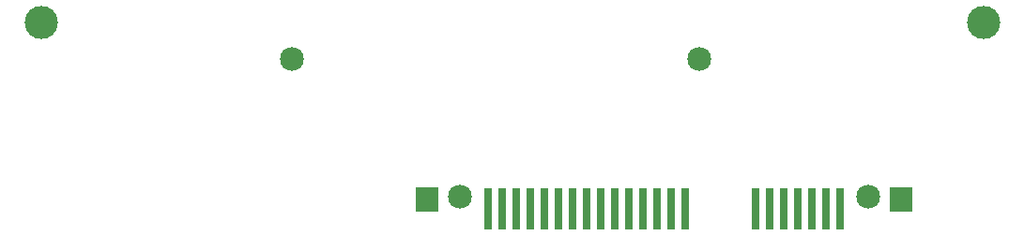
<source format=gbr>
%TF.GenerationSoftware,KiCad,Pcbnew,(5.1.9)-1*%
%TF.CreationDate,2021-04-07T17:32:18-07:00*%
%TF.ProjectId,driveCaddyAdapter,64726976-6543-4616-9464-794164617074,rev?*%
%TF.SameCoordinates,Original*%
%TF.FileFunction,Soldermask,Top*%
%TF.FilePolarity,Negative*%
%FSLAX46Y46*%
G04 Gerber Fmt 4.6, Leading zero omitted, Abs format (unit mm)*
G04 Created by KiCad (PCBNEW (5.1.9)-1) date 2021-04-07 17:32:18*
%MOMM*%
%LPD*%
G01*
G04 APERTURE LIST*
%ADD10C,3.000000*%
%ADD11C,2.159000*%
%ADD12R,0.660400X3.810000*%
%ADD13R,2.159000X2.260600*%
G04 APERTURE END LIST*
D10*
%TO.C,H2*%
X274000000Y-67000000D03*
%TD*%
%TO.C,H1*%
X189000000Y-67000000D03*
%TD*%
D11*
%TO.C,J2*%
X211599999Y-70299999D03*
X248400001Y-70299999D03*
%TD*%
%TO.C,J1*%
X226799999Y-82762501D03*
X263600001Y-82762501D03*
D12*
X229325025Y-83912501D03*
X230595025Y-83912501D03*
X231865025Y-83912501D03*
X233135025Y-83912501D03*
X234405025Y-83912501D03*
X235675025Y-83912501D03*
X236945025Y-83912501D03*
X238215025Y-83912501D03*
X239485025Y-83912501D03*
X240755025Y-83912501D03*
X242025025Y-83912501D03*
X243295025Y-83912501D03*
X244565025Y-83912501D03*
X245835025Y-83912501D03*
X247105025Y-83912501D03*
X253455025Y-83912501D03*
X254725025Y-83912501D03*
X255995025Y-83912501D03*
X257265025Y-83912501D03*
X258535025Y-83912501D03*
X259805025Y-83912501D03*
X261075025Y-83912501D03*
D13*
X223850005Y-83062500D03*
X266549995Y-83062500D03*
%TD*%
M02*

</source>
